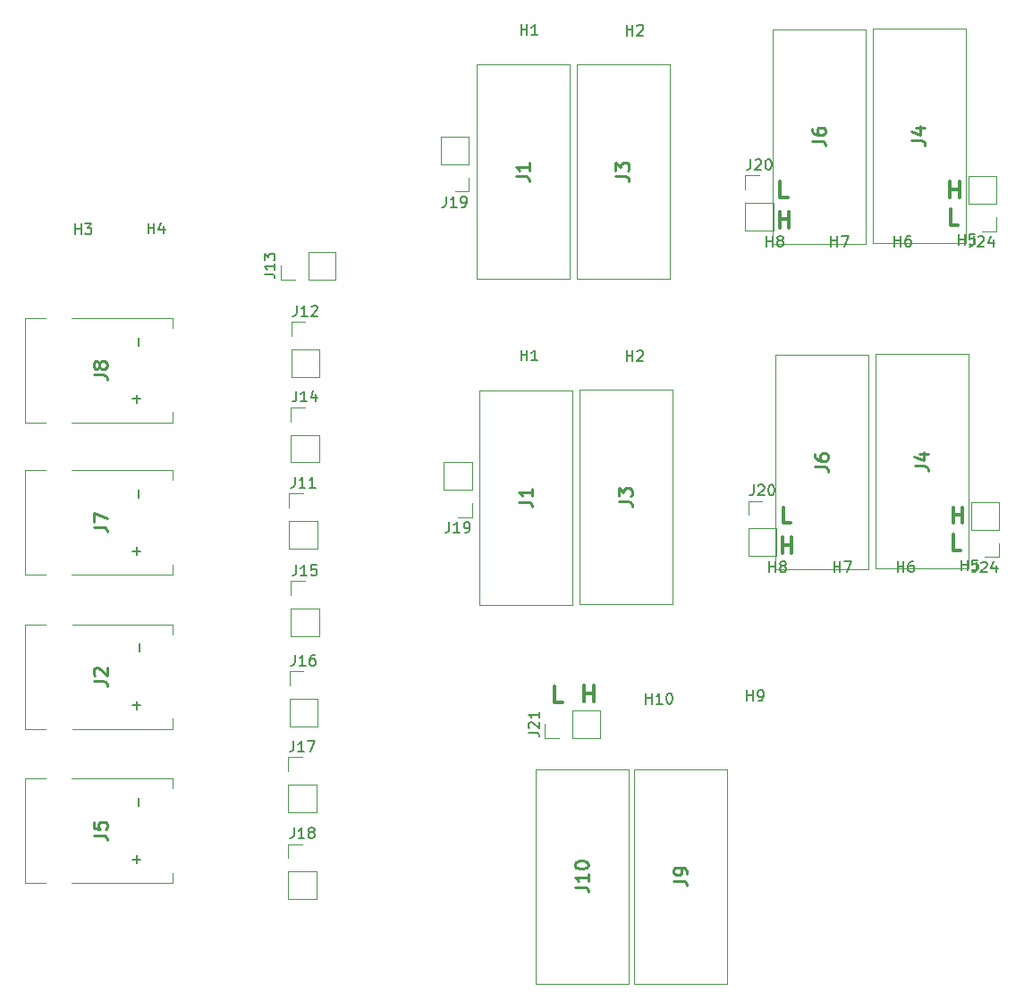
<source format=gbr>
%TF.GenerationSoftware,KiCad,Pcbnew,(5.1.12)-1*%
%TF.CreationDate,2024-02-12T03:14:50+09:00*%
%TF.ProjectId,imu_led_connect,696d755f-6c65-4645-9f63-6f6e6e656374,rev?*%
%TF.SameCoordinates,Original*%
%TF.FileFunction,Legend,Top*%
%TF.FilePolarity,Positive*%
%FSLAX46Y46*%
G04 Gerber Fmt 4.6, Leading zero omitted, Abs format (unit mm)*
G04 Created by KiCad (PCBNEW (5.1.12)-1) date 2024-02-12 03:14:50*
%MOMM*%
%LPD*%
G01*
G04 APERTURE LIST*
%ADD10C,0.300000*%
%ADD11C,0.120000*%
%ADD12C,0.100000*%
%ADD13C,0.150000*%
%ADD14C,0.254000*%
G04 APERTURE END LIST*
D10*
X133146428Y-92503571D02*
X133146428Y-91003571D01*
X133146428Y-91717857D02*
X134003571Y-91717857D01*
X134003571Y-92503571D02*
X134003571Y-91003571D01*
X116996428Y-95353571D02*
X116996428Y-93853571D01*
X116996428Y-94567857D02*
X117853571Y-94567857D01*
X117853571Y-95353571D02*
X117853571Y-93853571D01*
X117764285Y-92503571D02*
X117050000Y-92503571D01*
X117050000Y-91003571D01*
X133889285Y-95103571D02*
X133175000Y-95103571D01*
X133175000Y-93603571D01*
X96164285Y-109503571D02*
X95450000Y-109503571D01*
X95450000Y-108003571D01*
X98246428Y-109403571D02*
X98246428Y-107903571D01*
X98246428Y-108617857D02*
X99103571Y-108617857D01*
X99103571Y-109403571D02*
X99103571Y-107903571D01*
X133614285Y-64253571D02*
X132900000Y-64253571D01*
X132900000Y-62753571D01*
X132871428Y-61653571D02*
X132871428Y-60153571D01*
X132871428Y-60867857D02*
X133728571Y-60867857D01*
X133728571Y-61653571D02*
X133728571Y-60153571D01*
X116721428Y-64503571D02*
X116721428Y-63003571D01*
X116721428Y-63717857D02*
X117578571Y-63717857D01*
X117578571Y-64503571D02*
X117578571Y-63003571D01*
X117489285Y-61653571D02*
X116775000Y-61653571D01*
X116775000Y-60153571D01*
D11*
%TO.C,J20*%
X113745000Y-95630000D02*
X116405000Y-95630000D01*
X113745000Y-93030000D02*
X113745000Y-95630000D01*
X116405000Y-93030000D02*
X116405000Y-95630000D01*
X113745000Y-93030000D02*
X116405000Y-93030000D01*
X113745000Y-91760000D02*
X113745000Y-90430000D01*
X113745000Y-90430000D02*
X115075000Y-90430000D01*
%TO.C,J24*%
X137505000Y-90520000D02*
X134845000Y-90520000D01*
X137505000Y-93120000D02*
X137505000Y-90520000D01*
X134845000Y-93120000D02*
X134845000Y-90520000D01*
X137505000Y-93120000D02*
X134845000Y-93120000D01*
X137505000Y-94390000D02*
X137505000Y-95720000D01*
X137505000Y-95720000D02*
X136175000Y-95720000D01*
D12*
%TO.C,J1*%
X97130000Y-100250000D02*
X88330000Y-100250000D01*
X97130000Y-79930000D02*
X97130000Y-100250000D01*
X88330000Y-79930000D02*
X97130000Y-79930000D01*
X88330000Y-100250000D02*
X88330000Y-79930000D01*
D11*
%TO.C,J19*%
X87580000Y-86755000D02*
X84920000Y-86755000D01*
X87580000Y-89355000D02*
X87580000Y-86755000D01*
X84920000Y-89355000D02*
X84920000Y-86755000D01*
X87580000Y-89355000D02*
X84920000Y-89355000D01*
X87580000Y-90625000D02*
X87580000Y-91955000D01*
X87580000Y-91955000D02*
X86250000Y-91955000D01*
D12*
%TO.C,J4*%
X125795000Y-96825000D02*
X125795000Y-76505000D01*
X125795000Y-76505000D02*
X134595000Y-76505000D01*
X134595000Y-76505000D02*
X134595000Y-96825000D01*
X134595000Y-96825000D02*
X125795000Y-96825000D01*
%TO.C,J6*%
X116355000Y-96880000D02*
X116355000Y-76560000D01*
X116355000Y-76560000D02*
X125155000Y-76560000D01*
X125155000Y-76560000D02*
X125155000Y-96880000D01*
X125155000Y-96880000D02*
X116355000Y-96880000D01*
%TO.C,J3*%
X106580000Y-100200000D02*
X97780000Y-100200000D01*
X106580000Y-79880000D02*
X106580000Y-100200000D01*
X97780000Y-79880000D02*
X106580000Y-79880000D01*
X97780000Y-100200000D02*
X97780000Y-79880000D01*
D11*
%TO.C,J18*%
X70220000Y-122920000D02*
X71550000Y-122920000D01*
X70220000Y-124250000D02*
X70220000Y-122920000D01*
X70220000Y-125520000D02*
X72880000Y-125520000D01*
X72880000Y-125520000D02*
X72880000Y-128120000D01*
X70220000Y-125520000D02*
X70220000Y-128120000D01*
X70220000Y-128120000D02*
X72880000Y-128120000D01*
%TO.C,J17*%
X70195000Y-114705000D02*
X71525000Y-114705000D01*
X70195000Y-116035000D02*
X70195000Y-114705000D01*
X70195000Y-117305000D02*
X72855000Y-117305000D01*
X72855000Y-117305000D02*
X72855000Y-119905000D01*
X70195000Y-117305000D02*
X70195000Y-119905000D01*
X70195000Y-119905000D02*
X72855000Y-119905000D01*
%TO.C,J16*%
X70320000Y-106555000D02*
X71650000Y-106555000D01*
X70320000Y-107885000D02*
X70320000Y-106555000D01*
X70320000Y-109155000D02*
X72980000Y-109155000D01*
X72980000Y-109155000D02*
X72980000Y-111755000D01*
X70320000Y-109155000D02*
X70320000Y-111755000D01*
X70320000Y-111755000D02*
X72980000Y-111755000D01*
%TO.C,J15*%
X70445000Y-98020000D02*
X71775000Y-98020000D01*
X70445000Y-99350000D02*
X70445000Y-98020000D01*
X70445000Y-100620000D02*
X73105000Y-100620000D01*
X73105000Y-100620000D02*
X73105000Y-103220000D01*
X70445000Y-100620000D02*
X70445000Y-103220000D01*
X70445000Y-103220000D02*
X73105000Y-103220000D01*
%TO.C,J14*%
X70445000Y-81545000D02*
X71775000Y-81545000D01*
X70445000Y-82875000D02*
X70445000Y-81545000D01*
X70445000Y-84145000D02*
X73105000Y-84145000D01*
X73105000Y-84145000D02*
X73105000Y-86745000D01*
X70445000Y-84145000D02*
X70445000Y-86745000D01*
X70445000Y-86745000D02*
X73105000Y-86745000D01*
%TO.C,J13*%
X69495000Y-69455000D02*
X69495000Y-68125000D01*
X70825000Y-69455000D02*
X69495000Y-69455000D01*
X72095000Y-69455000D02*
X72095000Y-66795000D01*
X72095000Y-66795000D02*
X74695000Y-66795000D01*
X72095000Y-69455000D02*
X74695000Y-69455000D01*
X74695000Y-69455000D02*
X74695000Y-66795000D01*
%TO.C,J12*%
X70495000Y-73455000D02*
X71825000Y-73455000D01*
X70495000Y-74785000D02*
X70495000Y-73455000D01*
X70495000Y-76055000D02*
X73155000Y-76055000D01*
X73155000Y-76055000D02*
X73155000Y-78655000D01*
X70495000Y-76055000D02*
X70495000Y-78655000D01*
X70495000Y-78655000D02*
X73155000Y-78655000D01*
%TO.C,J11*%
X70295000Y-89695000D02*
X71625000Y-89695000D01*
X70295000Y-91025000D02*
X70295000Y-89695000D01*
X70295000Y-92295000D02*
X72955000Y-92295000D01*
X72955000Y-92295000D02*
X72955000Y-94895000D01*
X70295000Y-92295000D02*
X70295000Y-94895000D01*
X70295000Y-94895000D02*
X72955000Y-94895000D01*
D12*
%TO.C,J8*%
X47226000Y-82975000D02*
X45276000Y-82975000D01*
X45276000Y-82975000D02*
X45276000Y-73075000D01*
X45276000Y-73075000D02*
X47226000Y-73075000D01*
X49726000Y-82975000D02*
X59225000Y-82975000D01*
X59225000Y-82975000D02*
X59225000Y-82025000D01*
X59225000Y-74025000D02*
X59225000Y-73075000D01*
X59225000Y-73075000D02*
X49726000Y-73075000D01*
%TO.C,J7*%
X47226000Y-97400000D02*
X45276000Y-97400000D01*
X45276000Y-97400000D02*
X45276000Y-87500000D01*
X45276000Y-87500000D02*
X47226000Y-87500000D01*
X49726000Y-97400000D02*
X59225000Y-97400000D01*
X59225000Y-97400000D02*
X59225000Y-96450000D01*
X59225000Y-88450000D02*
X59225000Y-87500000D01*
X59225000Y-87500000D02*
X49726000Y-87500000D01*
%TO.C,J5*%
X47226000Y-126600000D02*
X45276000Y-126600000D01*
X45276000Y-126600000D02*
X45276000Y-116700000D01*
X45276000Y-116700000D02*
X47226000Y-116700000D01*
X49726000Y-126600000D02*
X59225000Y-126600000D01*
X59225000Y-126600000D02*
X59225000Y-125650000D01*
X59225000Y-117650000D02*
X59225000Y-116700000D01*
X59225000Y-116700000D02*
X49726000Y-116700000D01*
%TO.C,J2*%
X47238000Y-112000000D02*
X45288000Y-112000000D01*
X45288000Y-112000000D02*
X45288000Y-102100000D01*
X45288000Y-102100000D02*
X47238000Y-102100000D01*
X49738000Y-112000000D02*
X59237000Y-112000000D01*
X59237000Y-112000000D02*
X59237000Y-111050000D01*
X59237000Y-103050000D02*
X59237000Y-102100000D01*
X59237000Y-102100000D02*
X49738000Y-102100000D01*
D11*
%TO.C,J24*%
X137230000Y-64870000D02*
X135900000Y-64870000D01*
X137230000Y-63540000D02*
X137230000Y-64870000D01*
X137230000Y-62270000D02*
X134570000Y-62270000D01*
X134570000Y-62270000D02*
X134570000Y-59670000D01*
X137230000Y-62270000D02*
X137230000Y-59670000D01*
X137230000Y-59670000D02*
X134570000Y-59670000D01*
D12*
%TO.C,J3*%
X97505000Y-69350000D02*
X97505000Y-49030000D01*
X97505000Y-49030000D02*
X106305000Y-49030000D01*
X106305000Y-49030000D02*
X106305000Y-69350000D01*
X106305000Y-69350000D02*
X97505000Y-69350000D01*
D11*
%TO.C,J21*%
X94495000Y-112880000D02*
X94495000Y-111550000D01*
X95825000Y-112880000D02*
X94495000Y-112880000D01*
X97095000Y-112880000D02*
X97095000Y-110220000D01*
X97095000Y-110220000D02*
X99695000Y-110220000D01*
X97095000Y-112880000D02*
X99695000Y-112880000D01*
X99695000Y-112880000D02*
X99695000Y-110220000D01*
%TO.C,J20*%
X113470000Y-59580000D02*
X114800000Y-59580000D01*
X113470000Y-60910000D02*
X113470000Y-59580000D01*
X113470000Y-62180000D02*
X116130000Y-62180000D01*
X116130000Y-62180000D02*
X116130000Y-64780000D01*
X113470000Y-62180000D02*
X113470000Y-64780000D01*
X113470000Y-64780000D02*
X116130000Y-64780000D01*
%TO.C,J19*%
X87305000Y-61105000D02*
X85975000Y-61105000D01*
X87305000Y-59775000D02*
X87305000Y-61105000D01*
X87305000Y-58505000D02*
X84645000Y-58505000D01*
X84645000Y-58505000D02*
X84645000Y-55905000D01*
X87305000Y-58505000D02*
X87305000Y-55905000D01*
X87305000Y-55905000D02*
X84645000Y-55905000D01*
D12*
%TO.C,J10*%
X102430000Y-136130000D02*
X93630000Y-136130000D01*
X102430000Y-115810000D02*
X102430000Y-136130000D01*
X93630000Y-115810000D02*
X102430000Y-115810000D01*
X93630000Y-136130000D02*
X93630000Y-115810000D01*
%TO.C,J9*%
X111780000Y-136130000D02*
X102980000Y-136130000D01*
X111780000Y-115810000D02*
X111780000Y-136130000D01*
X102980000Y-115810000D02*
X111780000Y-115810000D01*
X102980000Y-136130000D02*
X102980000Y-115810000D01*
%TO.C,J6*%
X124880000Y-66030000D02*
X116080000Y-66030000D01*
X124880000Y-45710000D02*
X124880000Y-66030000D01*
X116080000Y-45710000D02*
X124880000Y-45710000D01*
X116080000Y-66030000D02*
X116080000Y-45710000D01*
%TO.C,J4*%
X134320000Y-65975000D02*
X125520000Y-65975000D01*
X134320000Y-45655000D02*
X134320000Y-65975000D01*
X125520000Y-45655000D02*
X134320000Y-45655000D01*
X125520000Y-65975000D02*
X125520000Y-45655000D01*
%TO.C,J1*%
X88055000Y-69400000D02*
X88055000Y-49080000D01*
X88055000Y-49080000D02*
X96855000Y-49080000D01*
X96855000Y-49080000D02*
X96855000Y-69400000D01*
X96855000Y-69400000D02*
X88055000Y-69400000D01*
%TO.C,J20*%
D13*
X114265476Y-88882380D02*
X114265476Y-89596666D01*
X114217857Y-89739523D01*
X114122619Y-89834761D01*
X113979761Y-89882380D01*
X113884523Y-89882380D01*
X114694047Y-88977619D02*
X114741666Y-88930000D01*
X114836904Y-88882380D01*
X115075000Y-88882380D01*
X115170238Y-88930000D01*
X115217857Y-88977619D01*
X115265476Y-89072857D01*
X115265476Y-89168095D01*
X115217857Y-89310952D01*
X114646428Y-89882380D01*
X115265476Y-89882380D01*
X115884523Y-88882380D02*
X115979761Y-88882380D01*
X116075000Y-88930000D01*
X116122619Y-88977619D01*
X116170238Y-89072857D01*
X116217857Y-89263333D01*
X116217857Y-89501428D01*
X116170238Y-89691904D01*
X116122619Y-89787142D01*
X116075000Y-89834761D01*
X115979761Y-89882380D01*
X115884523Y-89882380D01*
X115789285Y-89834761D01*
X115741666Y-89787142D01*
X115694047Y-89691904D01*
X115646428Y-89501428D01*
X115646428Y-89263333D01*
X115694047Y-89072857D01*
X115741666Y-88977619D01*
X115789285Y-88930000D01*
X115884523Y-88882380D01*
%TO.C,H7*%
X121888095Y-97127380D02*
X121888095Y-96127380D01*
X121888095Y-96603571D02*
X122459523Y-96603571D01*
X122459523Y-97127380D02*
X122459523Y-96127380D01*
X122840476Y-96127380D02*
X123507142Y-96127380D01*
X123078571Y-97127380D01*
%TO.C,J24*%
X135365476Y-96172380D02*
X135365476Y-96886666D01*
X135317857Y-97029523D01*
X135222619Y-97124761D01*
X135079761Y-97172380D01*
X134984523Y-97172380D01*
X135794047Y-96267619D02*
X135841666Y-96220000D01*
X135936904Y-96172380D01*
X136175000Y-96172380D01*
X136270238Y-96220000D01*
X136317857Y-96267619D01*
X136365476Y-96362857D01*
X136365476Y-96458095D01*
X136317857Y-96600952D01*
X135746428Y-97172380D01*
X136365476Y-97172380D01*
X137222619Y-96505714D02*
X137222619Y-97172380D01*
X136984523Y-96124761D02*
X136746428Y-96839047D01*
X137365476Y-96839047D01*
%TO.C,J1*%
D14*
X92034523Y-90513333D02*
X92941666Y-90513333D01*
X93123095Y-90573809D01*
X93244047Y-90694761D01*
X93304523Y-90876190D01*
X93304523Y-90997142D01*
X93304523Y-89243333D02*
X93304523Y-89969047D01*
X93304523Y-89606190D02*
X92034523Y-89606190D01*
X92215952Y-89727142D01*
X92336904Y-89848095D01*
X92397380Y-89969047D01*
%TO.C,J19*%
D13*
X85440476Y-92407380D02*
X85440476Y-93121666D01*
X85392857Y-93264523D01*
X85297619Y-93359761D01*
X85154761Y-93407380D01*
X85059523Y-93407380D01*
X86440476Y-93407380D02*
X85869047Y-93407380D01*
X86154761Y-93407380D02*
X86154761Y-92407380D01*
X86059523Y-92550238D01*
X85964285Y-92645476D01*
X85869047Y-92693095D01*
X86916666Y-93407380D02*
X87107142Y-93407380D01*
X87202380Y-93359761D01*
X87250000Y-93312142D01*
X87345238Y-93169285D01*
X87392857Y-92978809D01*
X87392857Y-92597857D01*
X87345238Y-92502619D01*
X87297619Y-92455000D01*
X87202380Y-92407380D01*
X87011904Y-92407380D01*
X86916666Y-92455000D01*
X86869047Y-92502619D01*
X86821428Y-92597857D01*
X86821428Y-92835952D01*
X86869047Y-92931190D01*
X86916666Y-92978809D01*
X87011904Y-93026428D01*
X87202380Y-93026428D01*
X87297619Y-92978809D01*
X87345238Y-92931190D01*
X87392857Y-92835952D01*
%TO.C,J4*%
D14*
X129499523Y-87088333D02*
X130406666Y-87088333D01*
X130588095Y-87148809D01*
X130709047Y-87269761D01*
X130769523Y-87451190D01*
X130769523Y-87572142D01*
X129922857Y-85939285D02*
X130769523Y-85939285D01*
X129439047Y-86241666D02*
X130346190Y-86544047D01*
X130346190Y-85757857D01*
%TO.C,J6*%
X120059523Y-87143333D02*
X120966666Y-87143333D01*
X121148095Y-87203809D01*
X121269047Y-87324761D01*
X121329523Y-87506190D01*
X121329523Y-87627142D01*
X120059523Y-85994285D02*
X120059523Y-86236190D01*
X120120000Y-86357142D01*
X120180476Y-86417619D01*
X120361904Y-86538571D01*
X120603809Y-86599047D01*
X121087619Y-86599047D01*
X121208571Y-86538571D01*
X121269047Y-86478095D01*
X121329523Y-86357142D01*
X121329523Y-86115238D01*
X121269047Y-85994285D01*
X121208571Y-85933809D01*
X121087619Y-85873333D01*
X120785238Y-85873333D01*
X120664285Y-85933809D01*
X120603809Y-85994285D01*
X120543333Y-86115238D01*
X120543333Y-86357142D01*
X120603809Y-86478095D01*
X120664285Y-86538571D01*
X120785238Y-86599047D01*
%TO.C,H8*%
D13*
X115763095Y-97152380D02*
X115763095Y-96152380D01*
X115763095Y-96628571D02*
X116334523Y-96628571D01*
X116334523Y-97152380D02*
X116334523Y-96152380D01*
X116953571Y-96580952D02*
X116858333Y-96533333D01*
X116810714Y-96485714D01*
X116763095Y-96390476D01*
X116763095Y-96342857D01*
X116810714Y-96247619D01*
X116858333Y-96200000D01*
X116953571Y-96152380D01*
X117144047Y-96152380D01*
X117239285Y-96200000D01*
X117286904Y-96247619D01*
X117334523Y-96342857D01*
X117334523Y-96390476D01*
X117286904Y-96485714D01*
X117239285Y-96533333D01*
X117144047Y-96580952D01*
X116953571Y-96580952D01*
X116858333Y-96628571D01*
X116810714Y-96676190D01*
X116763095Y-96771428D01*
X116763095Y-96961904D01*
X116810714Y-97057142D01*
X116858333Y-97104761D01*
X116953571Y-97152380D01*
X117144047Y-97152380D01*
X117239285Y-97104761D01*
X117286904Y-97057142D01*
X117334523Y-96961904D01*
X117334523Y-96771428D01*
X117286904Y-96676190D01*
X117239285Y-96628571D01*
X117144047Y-96580952D01*
%TO.C,J3*%
D14*
X101484523Y-90463333D02*
X102391666Y-90463333D01*
X102573095Y-90523809D01*
X102694047Y-90644761D01*
X102754523Y-90826190D01*
X102754523Y-90947142D01*
X101484523Y-89979523D02*
X101484523Y-89193333D01*
X101968333Y-89616666D01*
X101968333Y-89435238D01*
X102028809Y-89314285D01*
X102089285Y-89253809D01*
X102210238Y-89193333D01*
X102512619Y-89193333D01*
X102633571Y-89253809D01*
X102694047Y-89314285D01*
X102754523Y-89435238D01*
X102754523Y-89798095D01*
X102694047Y-89919047D01*
X102633571Y-89979523D01*
%TO.C,H1*%
D13*
X92238095Y-77102380D02*
X92238095Y-76102380D01*
X92238095Y-76578571D02*
X92809523Y-76578571D01*
X92809523Y-77102380D02*
X92809523Y-76102380D01*
X93809523Y-77102380D02*
X93238095Y-77102380D01*
X93523809Y-77102380D02*
X93523809Y-76102380D01*
X93428571Y-76245238D01*
X93333333Y-76340476D01*
X93238095Y-76388095D01*
%TO.C,H5*%
X133938095Y-97002380D02*
X133938095Y-96002380D01*
X133938095Y-96478571D02*
X134509523Y-96478571D01*
X134509523Y-97002380D02*
X134509523Y-96002380D01*
X135461904Y-96002380D02*
X134985714Y-96002380D01*
X134938095Y-96478571D01*
X134985714Y-96430952D01*
X135080952Y-96383333D01*
X135319047Y-96383333D01*
X135414285Y-96430952D01*
X135461904Y-96478571D01*
X135509523Y-96573809D01*
X135509523Y-96811904D01*
X135461904Y-96907142D01*
X135414285Y-96954761D01*
X135319047Y-97002380D01*
X135080952Y-97002380D01*
X134985714Y-96954761D01*
X134938095Y-96907142D01*
%TO.C,H6*%
X127888095Y-97127380D02*
X127888095Y-96127380D01*
X127888095Y-96603571D02*
X128459523Y-96603571D01*
X128459523Y-97127380D02*
X128459523Y-96127380D01*
X129364285Y-96127380D02*
X129173809Y-96127380D01*
X129078571Y-96175000D01*
X129030952Y-96222619D01*
X128935714Y-96365476D01*
X128888095Y-96555952D01*
X128888095Y-96936904D01*
X128935714Y-97032142D01*
X128983333Y-97079761D01*
X129078571Y-97127380D01*
X129269047Y-97127380D01*
X129364285Y-97079761D01*
X129411904Y-97032142D01*
X129459523Y-96936904D01*
X129459523Y-96698809D01*
X129411904Y-96603571D01*
X129364285Y-96555952D01*
X129269047Y-96508333D01*
X129078571Y-96508333D01*
X128983333Y-96555952D01*
X128935714Y-96603571D01*
X128888095Y-96698809D01*
%TO.C,H2*%
X102238095Y-77152380D02*
X102238095Y-76152380D01*
X102238095Y-76628571D02*
X102809523Y-76628571D01*
X102809523Y-77152380D02*
X102809523Y-76152380D01*
X103238095Y-76247619D02*
X103285714Y-76200000D01*
X103380952Y-76152380D01*
X103619047Y-76152380D01*
X103714285Y-76200000D01*
X103761904Y-76247619D01*
X103809523Y-76342857D01*
X103809523Y-76438095D01*
X103761904Y-76580952D01*
X103190476Y-77152380D01*
X103809523Y-77152380D01*
%TO.C,J18*%
X70740476Y-121372380D02*
X70740476Y-122086666D01*
X70692857Y-122229523D01*
X70597619Y-122324761D01*
X70454761Y-122372380D01*
X70359523Y-122372380D01*
X71740476Y-122372380D02*
X71169047Y-122372380D01*
X71454761Y-122372380D02*
X71454761Y-121372380D01*
X71359523Y-121515238D01*
X71264285Y-121610476D01*
X71169047Y-121658095D01*
X72311904Y-121800952D02*
X72216666Y-121753333D01*
X72169047Y-121705714D01*
X72121428Y-121610476D01*
X72121428Y-121562857D01*
X72169047Y-121467619D01*
X72216666Y-121420000D01*
X72311904Y-121372380D01*
X72502380Y-121372380D01*
X72597619Y-121420000D01*
X72645238Y-121467619D01*
X72692857Y-121562857D01*
X72692857Y-121610476D01*
X72645238Y-121705714D01*
X72597619Y-121753333D01*
X72502380Y-121800952D01*
X72311904Y-121800952D01*
X72216666Y-121848571D01*
X72169047Y-121896190D01*
X72121428Y-121991428D01*
X72121428Y-122181904D01*
X72169047Y-122277142D01*
X72216666Y-122324761D01*
X72311904Y-122372380D01*
X72502380Y-122372380D01*
X72597619Y-122324761D01*
X72645238Y-122277142D01*
X72692857Y-122181904D01*
X72692857Y-121991428D01*
X72645238Y-121896190D01*
X72597619Y-121848571D01*
X72502380Y-121800952D01*
%TO.C,J17*%
X70715476Y-113157380D02*
X70715476Y-113871666D01*
X70667857Y-114014523D01*
X70572619Y-114109761D01*
X70429761Y-114157380D01*
X70334523Y-114157380D01*
X71715476Y-114157380D02*
X71144047Y-114157380D01*
X71429761Y-114157380D02*
X71429761Y-113157380D01*
X71334523Y-113300238D01*
X71239285Y-113395476D01*
X71144047Y-113443095D01*
X72048809Y-113157380D02*
X72715476Y-113157380D01*
X72286904Y-114157380D01*
%TO.C,J16*%
X70840476Y-105007380D02*
X70840476Y-105721666D01*
X70792857Y-105864523D01*
X70697619Y-105959761D01*
X70554761Y-106007380D01*
X70459523Y-106007380D01*
X71840476Y-106007380D02*
X71269047Y-106007380D01*
X71554761Y-106007380D02*
X71554761Y-105007380D01*
X71459523Y-105150238D01*
X71364285Y-105245476D01*
X71269047Y-105293095D01*
X72697619Y-105007380D02*
X72507142Y-105007380D01*
X72411904Y-105055000D01*
X72364285Y-105102619D01*
X72269047Y-105245476D01*
X72221428Y-105435952D01*
X72221428Y-105816904D01*
X72269047Y-105912142D01*
X72316666Y-105959761D01*
X72411904Y-106007380D01*
X72602380Y-106007380D01*
X72697619Y-105959761D01*
X72745238Y-105912142D01*
X72792857Y-105816904D01*
X72792857Y-105578809D01*
X72745238Y-105483571D01*
X72697619Y-105435952D01*
X72602380Y-105388333D01*
X72411904Y-105388333D01*
X72316666Y-105435952D01*
X72269047Y-105483571D01*
X72221428Y-105578809D01*
%TO.C,J15*%
X70965476Y-96472380D02*
X70965476Y-97186666D01*
X70917857Y-97329523D01*
X70822619Y-97424761D01*
X70679761Y-97472380D01*
X70584523Y-97472380D01*
X71965476Y-97472380D02*
X71394047Y-97472380D01*
X71679761Y-97472380D02*
X71679761Y-96472380D01*
X71584523Y-96615238D01*
X71489285Y-96710476D01*
X71394047Y-96758095D01*
X72870238Y-96472380D02*
X72394047Y-96472380D01*
X72346428Y-96948571D01*
X72394047Y-96900952D01*
X72489285Y-96853333D01*
X72727380Y-96853333D01*
X72822619Y-96900952D01*
X72870238Y-96948571D01*
X72917857Y-97043809D01*
X72917857Y-97281904D01*
X72870238Y-97377142D01*
X72822619Y-97424761D01*
X72727380Y-97472380D01*
X72489285Y-97472380D01*
X72394047Y-97424761D01*
X72346428Y-97377142D01*
%TO.C,J14*%
X70965476Y-79997380D02*
X70965476Y-80711666D01*
X70917857Y-80854523D01*
X70822619Y-80949761D01*
X70679761Y-80997380D01*
X70584523Y-80997380D01*
X71965476Y-80997380D02*
X71394047Y-80997380D01*
X71679761Y-80997380D02*
X71679761Y-79997380D01*
X71584523Y-80140238D01*
X71489285Y-80235476D01*
X71394047Y-80283095D01*
X72822619Y-80330714D02*
X72822619Y-80997380D01*
X72584523Y-79949761D02*
X72346428Y-80664047D01*
X72965476Y-80664047D01*
%TO.C,J13*%
X67947380Y-68934523D02*
X68661666Y-68934523D01*
X68804523Y-68982142D01*
X68899761Y-69077380D01*
X68947380Y-69220238D01*
X68947380Y-69315476D01*
X68947380Y-67934523D02*
X68947380Y-68505952D01*
X68947380Y-68220238D02*
X67947380Y-68220238D01*
X68090238Y-68315476D01*
X68185476Y-68410714D01*
X68233095Y-68505952D01*
X67947380Y-67601190D02*
X67947380Y-66982142D01*
X68328333Y-67315476D01*
X68328333Y-67172619D01*
X68375952Y-67077380D01*
X68423571Y-67029761D01*
X68518809Y-66982142D01*
X68756904Y-66982142D01*
X68852142Y-67029761D01*
X68899761Y-67077380D01*
X68947380Y-67172619D01*
X68947380Y-67458333D01*
X68899761Y-67553571D01*
X68852142Y-67601190D01*
%TO.C,J12*%
X71015476Y-71907380D02*
X71015476Y-72621666D01*
X70967857Y-72764523D01*
X70872619Y-72859761D01*
X70729761Y-72907380D01*
X70634523Y-72907380D01*
X72015476Y-72907380D02*
X71444047Y-72907380D01*
X71729761Y-72907380D02*
X71729761Y-71907380D01*
X71634523Y-72050238D01*
X71539285Y-72145476D01*
X71444047Y-72193095D01*
X72396428Y-72002619D02*
X72444047Y-71955000D01*
X72539285Y-71907380D01*
X72777380Y-71907380D01*
X72872619Y-71955000D01*
X72920238Y-72002619D01*
X72967857Y-72097857D01*
X72967857Y-72193095D01*
X72920238Y-72335952D01*
X72348809Y-72907380D01*
X72967857Y-72907380D01*
%TO.C,J11*%
X70815476Y-88147380D02*
X70815476Y-88861666D01*
X70767857Y-89004523D01*
X70672619Y-89099761D01*
X70529761Y-89147380D01*
X70434523Y-89147380D01*
X71815476Y-89147380D02*
X71244047Y-89147380D01*
X71529761Y-89147380D02*
X71529761Y-88147380D01*
X71434523Y-88290238D01*
X71339285Y-88385476D01*
X71244047Y-88433095D01*
X72767857Y-89147380D02*
X72196428Y-89147380D01*
X72482142Y-89147380D02*
X72482142Y-88147380D01*
X72386904Y-88290238D01*
X72291666Y-88385476D01*
X72196428Y-88433095D01*
%TO.C,J8*%
D14*
X51767523Y-78448333D02*
X52674666Y-78448333D01*
X52856095Y-78508809D01*
X52977047Y-78629761D01*
X53037523Y-78811190D01*
X53037523Y-78932142D01*
X52311809Y-77662142D02*
X52251333Y-77783095D01*
X52190857Y-77843571D01*
X52069904Y-77904047D01*
X52009428Y-77904047D01*
X51888476Y-77843571D01*
X51828000Y-77783095D01*
X51767523Y-77662142D01*
X51767523Y-77420238D01*
X51828000Y-77299285D01*
X51888476Y-77238809D01*
X52009428Y-77178333D01*
X52069904Y-77178333D01*
X52190857Y-77238809D01*
X52251333Y-77299285D01*
X52311809Y-77420238D01*
X52311809Y-77662142D01*
X52372285Y-77783095D01*
X52432761Y-77843571D01*
X52553714Y-77904047D01*
X52795619Y-77904047D01*
X52916571Y-77843571D01*
X52977047Y-77783095D01*
X53037523Y-77662142D01*
X53037523Y-77420238D01*
X52977047Y-77299285D01*
X52916571Y-77238809D01*
X52795619Y-77178333D01*
X52553714Y-77178333D01*
X52432761Y-77238809D01*
X52372285Y-77299285D01*
X52311809Y-77420238D01*
D13*
X55844428Y-81135952D02*
X55844428Y-80374047D01*
X56225380Y-80755000D02*
X55463476Y-80755000D01*
X56074428Y-75685952D02*
X56074428Y-74924047D01*
%TO.C,J7*%
D14*
X51767523Y-92873333D02*
X52674666Y-92873333D01*
X52856095Y-92933809D01*
X52977047Y-93054761D01*
X53037523Y-93236190D01*
X53037523Y-93357142D01*
X51767523Y-92389523D02*
X51767523Y-91542857D01*
X53037523Y-92087142D01*
D13*
X55844428Y-95560952D02*
X55844428Y-94799047D01*
X56225380Y-95180000D02*
X55463476Y-95180000D01*
X56074428Y-90110952D02*
X56074428Y-89349047D01*
%TO.C,J5*%
D14*
X51767523Y-122073333D02*
X52674666Y-122073333D01*
X52856095Y-122133809D01*
X52977047Y-122254761D01*
X53037523Y-122436190D01*
X53037523Y-122557142D01*
X51767523Y-120863809D02*
X51767523Y-121468571D01*
X52372285Y-121529047D01*
X52311809Y-121468571D01*
X52251333Y-121347619D01*
X52251333Y-121045238D01*
X52311809Y-120924285D01*
X52372285Y-120863809D01*
X52493238Y-120803333D01*
X52795619Y-120803333D01*
X52916571Y-120863809D01*
X52977047Y-120924285D01*
X53037523Y-121045238D01*
X53037523Y-121347619D01*
X52977047Y-121468571D01*
X52916571Y-121529047D01*
D13*
X55844428Y-124760952D02*
X55844428Y-123999047D01*
X56225380Y-124380000D02*
X55463476Y-124380000D01*
X56074428Y-119310952D02*
X56074428Y-118549047D01*
%TO.C,J2*%
D14*
X51779523Y-107473333D02*
X52686666Y-107473333D01*
X52868095Y-107533809D01*
X52989047Y-107654761D01*
X53049523Y-107836190D01*
X53049523Y-107957142D01*
X51900476Y-106929047D02*
X51840000Y-106868571D01*
X51779523Y-106747619D01*
X51779523Y-106445238D01*
X51840000Y-106324285D01*
X51900476Y-106263809D01*
X52021428Y-106203333D01*
X52142380Y-106203333D01*
X52323809Y-106263809D01*
X53049523Y-106989523D01*
X53049523Y-106203333D01*
D13*
X55856428Y-110160952D02*
X55856428Y-109399047D01*
X56237380Y-109780000D02*
X55475476Y-109780000D01*
X56086428Y-104710952D02*
X56086428Y-103949047D01*
%TO.C,H4*%
X56938095Y-65077380D02*
X56938095Y-64077380D01*
X56938095Y-64553571D02*
X57509523Y-64553571D01*
X57509523Y-65077380D02*
X57509523Y-64077380D01*
X58414285Y-64410714D02*
X58414285Y-65077380D01*
X58176190Y-64029761D02*
X57938095Y-64744047D01*
X58557142Y-64744047D01*
%TO.C,H3*%
X50013095Y-65152380D02*
X50013095Y-64152380D01*
X50013095Y-64628571D02*
X50584523Y-64628571D01*
X50584523Y-65152380D02*
X50584523Y-64152380D01*
X50965476Y-64152380D02*
X51584523Y-64152380D01*
X51251190Y-64533333D01*
X51394047Y-64533333D01*
X51489285Y-64580952D01*
X51536904Y-64628571D01*
X51584523Y-64723809D01*
X51584523Y-64961904D01*
X51536904Y-65057142D01*
X51489285Y-65104761D01*
X51394047Y-65152380D01*
X51108333Y-65152380D01*
X51013095Y-65104761D01*
X50965476Y-65057142D01*
%TO.C,J24*%
X135090476Y-65322380D02*
X135090476Y-66036666D01*
X135042857Y-66179523D01*
X134947619Y-66274761D01*
X134804761Y-66322380D01*
X134709523Y-66322380D01*
X135519047Y-65417619D02*
X135566666Y-65370000D01*
X135661904Y-65322380D01*
X135900000Y-65322380D01*
X135995238Y-65370000D01*
X136042857Y-65417619D01*
X136090476Y-65512857D01*
X136090476Y-65608095D01*
X136042857Y-65750952D01*
X135471428Y-66322380D01*
X136090476Y-66322380D01*
X136947619Y-65655714D02*
X136947619Y-66322380D01*
X136709523Y-65274761D02*
X136471428Y-65989047D01*
X137090476Y-65989047D01*
%TO.C,H8*%
X115488095Y-66302380D02*
X115488095Y-65302380D01*
X115488095Y-65778571D02*
X116059523Y-65778571D01*
X116059523Y-66302380D02*
X116059523Y-65302380D01*
X116678571Y-65730952D02*
X116583333Y-65683333D01*
X116535714Y-65635714D01*
X116488095Y-65540476D01*
X116488095Y-65492857D01*
X116535714Y-65397619D01*
X116583333Y-65350000D01*
X116678571Y-65302380D01*
X116869047Y-65302380D01*
X116964285Y-65350000D01*
X117011904Y-65397619D01*
X117059523Y-65492857D01*
X117059523Y-65540476D01*
X117011904Y-65635714D01*
X116964285Y-65683333D01*
X116869047Y-65730952D01*
X116678571Y-65730952D01*
X116583333Y-65778571D01*
X116535714Y-65826190D01*
X116488095Y-65921428D01*
X116488095Y-66111904D01*
X116535714Y-66207142D01*
X116583333Y-66254761D01*
X116678571Y-66302380D01*
X116869047Y-66302380D01*
X116964285Y-66254761D01*
X117011904Y-66207142D01*
X117059523Y-66111904D01*
X117059523Y-65921428D01*
X117011904Y-65826190D01*
X116964285Y-65778571D01*
X116869047Y-65730952D01*
%TO.C,H7*%
X121613095Y-66277380D02*
X121613095Y-65277380D01*
X121613095Y-65753571D02*
X122184523Y-65753571D01*
X122184523Y-66277380D02*
X122184523Y-65277380D01*
X122565476Y-65277380D02*
X123232142Y-65277380D01*
X122803571Y-66277380D01*
%TO.C,J3*%
D14*
X101209523Y-59613333D02*
X102116666Y-59613333D01*
X102298095Y-59673809D01*
X102419047Y-59794761D01*
X102479523Y-59976190D01*
X102479523Y-60097142D01*
X101209523Y-59129523D02*
X101209523Y-58343333D01*
X101693333Y-58766666D01*
X101693333Y-58585238D01*
X101753809Y-58464285D01*
X101814285Y-58403809D01*
X101935238Y-58343333D01*
X102237619Y-58343333D01*
X102358571Y-58403809D01*
X102419047Y-58464285D01*
X102479523Y-58585238D01*
X102479523Y-58948095D01*
X102419047Y-59069047D01*
X102358571Y-59129523D01*
%TO.C,J21*%
D13*
X92947380Y-112359523D02*
X93661666Y-112359523D01*
X93804523Y-112407142D01*
X93899761Y-112502380D01*
X93947380Y-112645238D01*
X93947380Y-112740476D01*
X93042619Y-111930952D02*
X92995000Y-111883333D01*
X92947380Y-111788095D01*
X92947380Y-111550000D01*
X92995000Y-111454761D01*
X93042619Y-111407142D01*
X93137857Y-111359523D01*
X93233095Y-111359523D01*
X93375952Y-111407142D01*
X93947380Y-111978571D01*
X93947380Y-111359523D01*
X93947380Y-110407142D02*
X93947380Y-110978571D01*
X93947380Y-110692857D02*
X92947380Y-110692857D01*
X93090238Y-110788095D01*
X93185476Y-110883333D01*
X93233095Y-110978571D01*
%TO.C,J20*%
X113990476Y-58032380D02*
X113990476Y-58746666D01*
X113942857Y-58889523D01*
X113847619Y-58984761D01*
X113704761Y-59032380D01*
X113609523Y-59032380D01*
X114419047Y-58127619D02*
X114466666Y-58080000D01*
X114561904Y-58032380D01*
X114800000Y-58032380D01*
X114895238Y-58080000D01*
X114942857Y-58127619D01*
X114990476Y-58222857D01*
X114990476Y-58318095D01*
X114942857Y-58460952D01*
X114371428Y-59032380D01*
X114990476Y-59032380D01*
X115609523Y-58032380D02*
X115704761Y-58032380D01*
X115800000Y-58080000D01*
X115847619Y-58127619D01*
X115895238Y-58222857D01*
X115942857Y-58413333D01*
X115942857Y-58651428D01*
X115895238Y-58841904D01*
X115847619Y-58937142D01*
X115800000Y-58984761D01*
X115704761Y-59032380D01*
X115609523Y-59032380D01*
X115514285Y-58984761D01*
X115466666Y-58937142D01*
X115419047Y-58841904D01*
X115371428Y-58651428D01*
X115371428Y-58413333D01*
X115419047Y-58222857D01*
X115466666Y-58127619D01*
X115514285Y-58080000D01*
X115609523Y-58032380D01*
%TO.C,J19*%
X85165476Y-61557380D02*
X85165476Y-62271666D01*
X85117857Y-62414523D01*
X85022619Y-62509761D01*
X84879761Y-62557380D01*
X84784523Y-62557380D01*
X86165476Y-62557380D02*
X85594047Y-62557380D01*
X85879761Y-62557380D02*
X85879761Y-61557380D01*
X85784523Y-61700238D01*
X85689285Y-61795476D01*
X85594047Y-61843095D01*
X86641666Y-62557380D02*
X86832142Y-62557380D01*
X86927380Y-62509761D01*
X86975000Y-62462142D01*
X87070238Y-62319285D01*
X87117857Y-62128809D01*
X87117857Y-61747857D01*
X87070238Y-61652619D01*
X87022619Y-61605000D01*
X86927380Y-61557380D01*
X86736904Y-61557380D01*
X86641666Y-61605000D01*
X86594047Y-61652619D01*
X86546428Y-61747857D01*
X86546428Y-61985952D01*
X86594047Y-62081190D01*
X86641666Y-62128809D01*
X86736904Y-62176428D01*
X86927380Y-62176428D01*
X87022619Y-62128809D01*
X87070238Y-62081190D01*
X87117857Y-61985952D01*
%TO.C,J10*%
D14*
X97334523Y-126998095D02*
X98241666Y-126998095D01*
X98423095Y-127058571D01*
X98544047Y-127179523D01*
X98604523Y-127360952D01*
X98604523Y-127481904D01*
X98604523Y-125728095D02*
X98604523Y-126453809D01*
X98604523Y-126090952D02*
X97334523Y-126090952D01*
X97515952Y-126211904D01*
X97636904Y-126332857D01*
X97697380Y-126453809D01*
X97334523Y-124941904D02*
X97334523Y-124820952D01*
X97395000Y-124700000D01*
X97455476Y-124639523D01*
X97576428Y-124579047D01*
X97818333Y-124518571D01*
X98120714Y-124518571D01*
X98362619Y-124579047D01*
X98483571Y-124639523D01*
X98544047Y-124700000D01*
X98604523Y-124820952D01*
X98604523Y-124941904D01*
X98544047Y-125062857D01*
X98483571Y-125123333D01*
X98362619Y-125183809D01*
X98120714Y-125244285D01*
X97818333Y-125244285D01*
X97576428Y-125183809D01*
X97455476Y-125123333D01*
X97395000Y-125062857D01*
X97334523Y-124941904D01*
%TO.C,J9*%
X106684523Y-126393333D02*
X107591666Y-126393333D01*
X107773095Y-126453809D01*
X107894047Y-126574761D01*
X107954523Y-126756190D01*
X107954523Y-126877142D01*
X107954523Y-125728095D02*
X107954523Y-125486190D01*
X107894047Y-125365238D01*
X107833571Y-125304761D01*
X107652142Y-125183809D01*
X107410238Y-125123333D01*
X106926428Y-125123333D01*
X106805476Y-125183809D01*
X106745000Y-125244285D01*
X106684523Y-125365238D01*
X106684523Y-125607142D01*
X106745000Y-125728095D01*
X106805476Y-125788571D01*
X106926428Y-125849047D01*
X107228809Y-125849047D01*
X107349761Y-125788571D01*
X107410238Y-125728095D01*
X107470714Y-125607142D01*
X107470714Y-125365238D01*
X107410238Y-125244285D01*
X107349761Y-125183809D01*
X107228809Y-125123333D01*
%TO.C,J6*%
X119784523Y-56293333D02*
X120691666Y-56293333D01*
X120873095Y-56353809D01*
X120994047Y-56474761D01*
X121054523Y-56656190D01*
X121054523Y-56777142D01*
X119784523Y-55144285D02*
X119784523Y-55386190D01*
X119845000Y-55507142D01*
X119905476Y-55567619D01*
X120086904Y-55688571D01*
X120328809Y-55749047D01*
X120812619Y-55749047D01*
X120933571Y-55688571D01*
X120994047Y-55628095D01*
X121054523Y-55507142D01*
X121054523Y-55265238D01*
X120994047Y-55144285D01*
X120933571Y-55083809D01*
X120812619Y-55023333D01*
X120510238Y-55023333D01*
X120389285Y-55083809D01*
X120328809Y-55144285D01*
X120268333Y-55265238D01*
X120268333Y-55507142D01*
X120328809Y-55628095D01*
X120389285Y-55688571D01*
X120510238Y-55749047D01*
%TO.C,J4*%
X129224523Y-56238333D02*
X130131666Y-56238333D01*
X130313095Y-56298809D01*
X130434047Y-56419761D01*
X130494523Y-56601190D01*
X130494523Y-56722142D01*
X129647857Y-55089285D02*
X130494523Y-55089285D01*
X129164047Y-55391666D02*
X130071190Y-55694047D01*
X130071190Y-54907857D01*
%TO.C,J1*%
X91759523Y-59663333D02*
X92666666Y-59663333D01*
X92848095Y-59723809D01*
X92969047Y-59844761D01*
X93029523Y-60026190D01*
X93029523Y-60147142D01*
X93029523Y-58393333D02*
X93029523Y-59119047D01*
X93029523Y-58756190D02*
X91759523Y-58756190D01*
X91940952Y-58877142D01*
X92061904Y-58998095D01*
X92122380Y-59119047D01*
%TO.C,H10*%
D13*
X104061904Y-109627380D02*
X104061904Y-108627380D01*
X104061904Y-109103571D02*
X104633333Y-109103571D01*
X104633333Y-109627380D02*
X104633333Y-108627380D01*
X105633333Y-109627380D02*
X105061904Y-109627380D01*
X105347619Y-109627380D02*
X105347619Y-108627380D01*
X105252380Y-108770238D01*
X105157142Y-108865476D01*
X105061904Y-108913095D01*
X106252380Y-108627380D02*
X106347619Y-108627380D01*
X106442857Y-108675000D01*
X106490476Y-108722619D01*
X106538095Y-108817857D01*
X106585714Y-109008333D01*
X106585714Y-109246428D01*
X106538095Y-109436904D01*
X106490476Y-109532142D01*
X106442857Y-109579761D01*
X106347619Y-109627380D01*
X106252380Y-109627380D01*
X106157142Y-109579761D01*
X106109523Y-109532142D01*
X106061904Y-109436904D01*
X106014285Y-109246428D01*
X106014285Y-109008333D01*
X106061904Y-108817857D01*
X106109523Y-108722619D01*
X106157142Y-108675000D01*
X106252380Y-108627380D01*
%TO.C,H9*%
X113638095Y-109352380D02*
X113638095Y-108352380D01*
X113638095Y-108828571D02*
X114209523Y-108828571D01*
X114209523Y-109352380D02*
X114209523Y-108352380D01*
X114733333Y-109352380D02*
X114923809Y-109352380D01*
X115019047Y-109304761D01*
X115066666Y-109257142D01*
X115161904Y-109114285D01*
X115209523Y-108923809D01*
X115209523Y-108542857D01*
X115161904Y-108447619D01*
X115114285Y-108400000D01*
X115019047Y-108352380D01*
X114828571Y-108352380D01*
X114733333Y-108400000D01*
X114685714Y-108447619D01*
X114638095Y-108542857D01*
X114638095Y-108780952D01*
X114685714Y-108876190D01*
X114733333Y-108923809D01*
X114828571Y-108971428D01*
X115019047Y-108971428D01*
X115114285Y-108923809D01*
X115161904Y-108876190D01*
X115209523Y-108780952D01*
%TO.C,H6*%
X127613095Y-66277380D02*
X127613095Y-65277380D01*
X127613095Y-65753571D02*
X128184523Y-65753571D01*
X128184523Y-66277380D02*
X128184523Y-65277380D01*
X129089285Y-65277380D02*
X128898809Y-65277380D01*
X128803571Y-65325000D01*
X128755952Y-65372619D01*
X128660714Y-65515476D01*
X128613095Y-65705952D01*
X128613095Y-66086904D01*
X128660714Y-66182142D01*
X128708333Y-66229761D01*
X128803571Y-66277380D01*
X128994047Y-66277380D01*
X129089285Y-66229761D01*
X129136904Y-66182142D01*
X129184523Y-66086904D01*
X129184523Y-65848809D01*
X129136904Y-65753571D01*
X129089285Y-65705952D01*
X128994047Y-65658333D01*
X128803571Y-65658333D01*
X128708333Y-65705952D01*
X128660714Y-65753571D01*
X128613095Y-65848809D01*
%TO.C,H5*%
X133663095Y-66152380D02*
X133663095Y-65152380D01*
X133663095Y-65628571D02*
X134234523Y-65628571D01*
X134234523Y-66152380D02*
X134234523Y-65152380D01*
X135186904Y-65152380D02*
X134710714Y-65152380D01*
X134663095Y-65628571D01*
X134710714Y-65580952D01*
X134805952Y-65533333D01*
X135044047Y-65533333D01*
X135139285Y-65580952D01*
X135186904Y-65628571D01*
X135234523Y-65723809D01*
X135234523Y-65961904D01*
X135186904Y-66057142D01*
X135139285Y-66104761D01*
X135044047Y-66152380D01*
X134805952Y-66152380D01*
X134710714Y-66104761D01*
X134663095Y-66057142D01*
%TO.C,H2*%
X102238095Y-46302380D02*
X102238095Y-45302380D01*
X102238095Y-45778571D02*
X102809523Y-45778571D01*
X102809523Y-46302380D02*
X102809523Y-45302380D01*
X103238095Y-45397619D02*
X103285714Y-45350000D01*
X103380952Y-45302380D01*
X103619047Y-45302380D01*
X103714285Y-45350000D01*
X103761904Y-45397619D01*
X103809523Y-45492857D01*
X103809523Y-45588095D01*
X103761904Y-45730952D01*
X103190476Y-46302380D01*
X103809523Y-46302380D01*
%TO.C,H1*%
X92238095Y-46252380D02*
X92238095Y-45252380D01*
X92238095Y-45728571D02*
X92809523Y-45728571D01*
X92809523Y-46252380D02*
X92809523Y-45252380D01*
X93809523Y-46252380D02*
X93238095Y-46252380D01*
X93523809Y-46252380D02*
X93523809Y-45252380D01*
X93428571Y-45395238D01*
X93333333Y-45490476D01*
X93238095Y-45538095D01*
%TD*%
M02*

</source>
